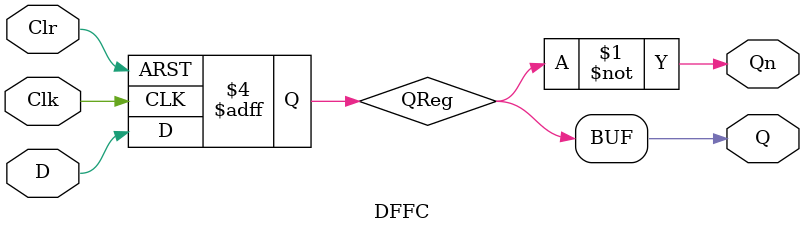
<source format=v>
module 
Flipper(output Flipo, Bufo, input iD, iClk, iClr); 
//
wire FFn_Buf;
//
DFFC FF( .Q(Flipo), .Qn(FFn_Buf), .D(iD)
       , .Clk(iClk), .Clr(iClr));
//
bufif1 Buf (Bufo, FFn_Buf, iClk);
//
endmodule // Flipper.
//
//----------------------------------------------------
//
module DFFC(output Q, Qn, input D, Clk, Clr);
reg QReg;
//
assign Q  = QReg;
assign Qn = ~QReg;
//
always@(posedge Clk, posedge Clr)
  if (Clr==1'b1)
       QReg <= 1'b0;
  else QReg <= D;
//
endmodule // DFFC.

</source>
